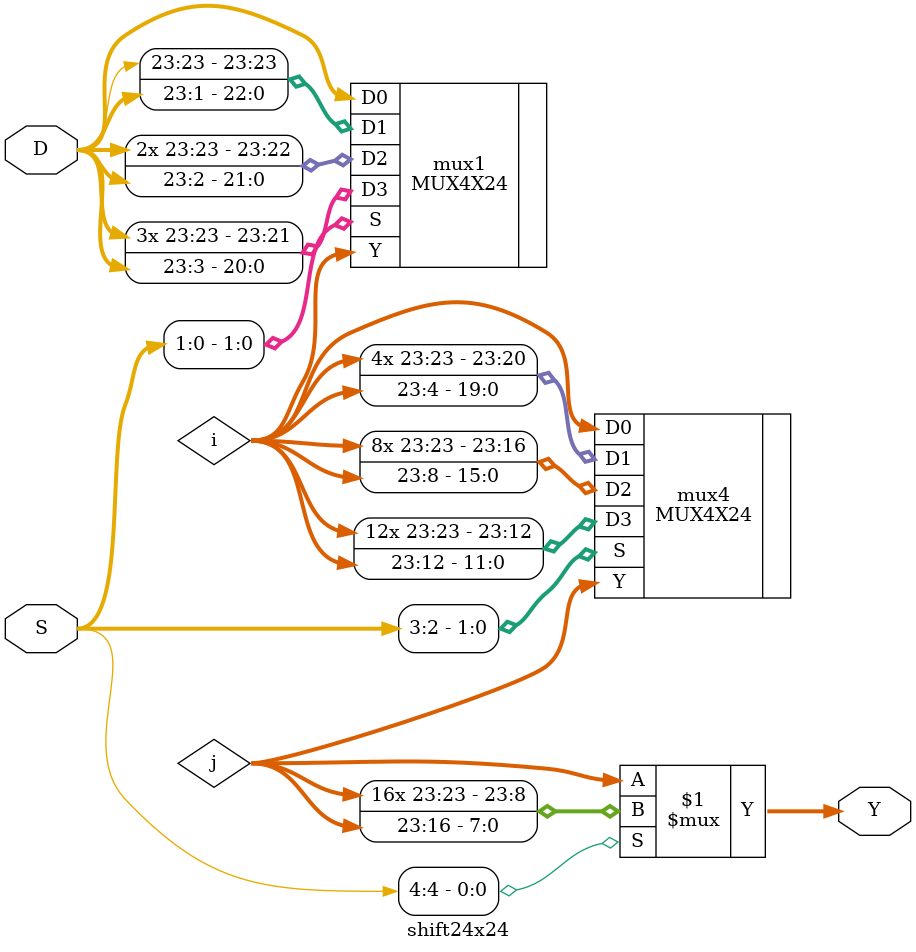
<source format=v>
module shift24x24(
    input [23:0] D,
    output [23:0] Y,
    input [4:0] S
    );
// internal signals
wire [23:0] i,j;
// shift by 0, 1, 2 or 3
MUX4X24 mux1 (
	.D0(D),
	.D1({D[23],D[23:1]}),					// shift 1
	.D2({D[23],D[23],D[23:2]}),			// shift 2
	.D3({D[23],D[23],D[23],D[23:3]}),	// shift 3
	.S(S[1:0]),
	.Y(i)
	);
// shift by 0, 4, 8 or 12
MUX4X24 mux4 (
	.D0(i),
	.D1({i[23],i[23],i[23],i[23],i[23:4]}),																	// shift 4
	.D2({i[23],i[23],i[23],i[23],i[23],i[23],i[23],i[23],i[23:8]}),									// shift 8
	.D3({i[23],i[23],i[23],i[23],i[23],i[23],i[23],i[23],i[23],i[23],i[23],i[23],i[23:12]}),	// shift 12
	.S(S[3:2]),
	.Y(j)
	);
// shift by 0 or 16
assign Y = S[4] ? {j[23],j[23],j[23],j[23],j[23],j[23],j[23],j[23],j[23],j[23],j[23],j[23],j[23],j[23],j[23],j[23],j[23:16]} : {j};
endmodule

</source>
